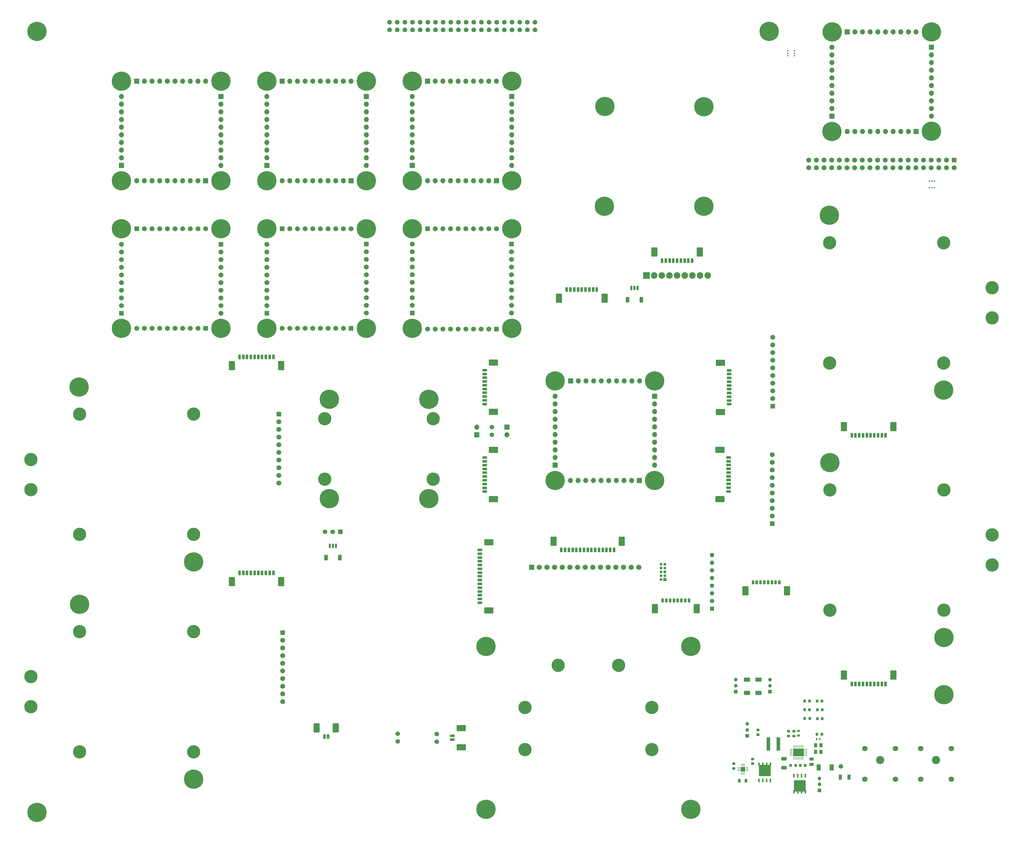
<source format=gbr>
%TF.GenerationSoftware,KiCad,Pcbnew,(7.0.0)*%
%TF.CreationDate,2023-04-25T15:08:01+02:00*%
%TF.ProjectId,EGSE,45475345-2e6b-4696-9361-645f70636258,rev?*%
%TF.SameCoordinates,Original*%
%TF.FileFunction,Soldermask,Top*%
%TF.FilePolarity,Negative*%
%FSLAX46Y46*%
G04 Gerber Fmt 4.6, Leading zero omitted, Abs format (unit mm)*
G04 Created by KiCad (PCBNEW (7.0.0)) date 2023-04-25 15:08:01*
%MOMM*%
%LPD*%
G01*
G04 APERTURE LIST*
G04 Aperture macros list*
%AMRoundRect*
0 Rectangle with rounded corners*
0 $1 Rounding radius*
0 $2 $3 $4 $5 $6 $7 $8 $9 X,Y pos of 4 corners*
0 Add a 4 corners polygon primitive as box body*
4,1,4,$2,$3,$4,$5,$6,$7,$8,$9,$2,$3,0*
0 Add four circle primitives for the rounded corners*
1,1,$1+$1,$2,$3*
1,1,$1+$1,$4,$5*
1,1,$1+$1,$6,$7*
1,1,$1+$1,$8,$9*
0 Add four rect primitives between the rounded corners*
20,1,$1+$1,$2,$3,$4,$5,0*
20,1,$1+$1,$4,$5,$6,$7,0*
20,1,$1+$1,$6,$7,$8,$9,0*
20,1,$1+$1,$8,$9,$2,$3,0*%
G04 Aperture macros list end*
%ADD10R,1.000000X1.000000*%
%ADD11C,0.940000*%
%ADD12C,1.000000*%
%ADD13C,1.803400*%
%ADD14C,2.717800*%
%ADD15R,1.700000X1.700000*%
%ADD16O,1.700000X1.700000*%
%ADD17C,4.400000*%
%ADD18R,2.175000X2.175000*%
%ADD19C,2.175000*%
%ADD20RoundRect,0.200000X-0.200000X-0.600000X0.200000X-0.600000X0.200000X0.600000X-0.200000X0.600000X0*%
%ADD21RoundRect,0.250001X-0.799999X-1.249999X0.799999X-1.249999X0.799999X1.249999X-0.799999X1.249999X0*%
%ADD22C,6.400000*%
%ADD23RoundRect,0.218750X0.218750X0.381250X-0.218750X0.381250X-0.218750X-0.381250X0.218750X-0.381250X0*%
%ADD24RoundRect,0.250000X0.450000X0.800000X-0.450000X0.800000X-0.450000X-0.800000X0.450000X-0.800000X0*%
%ADD25R,1.650000X1.650000*%
%ADD26C,1.650000*%
%ADD27RoundRect,0.200000X0.200000X0.275000X-0.200000X0.275000X-0.200000X-0.275000X0.200000X-0.275000X0*%
%ADD28R,1.200000X1.200000*%
%ADD29C,1.200000*%
%ADD30RoundRect,0.225000X0.250000X-0.225000X0.250000X0.225000X-0.250000X0.225000X-0.250000X-0.225000X0*%
%ADD31RoundRect,0.200000X0.600000X-0.200000X0.600000X0.200000X-0.600000X0.200000X-0.600000X-0.200000X0*%
%ADD32RoundRect,0.250001X1.249999X-0.799999X1.249999X0.799999X-1.249999X0.799999X-1.249999X-0.799999X0*%
%ADD33RoundRect,0.250000X-0.450000X0.262500X-0.450000X-0.262500X0.450000X-0.262500X0.450000X0.262500X0*%
%ADD34RoundRect,0.200000X0.200000X0.600000X-0.200000X0.600000X-0.200000X-0.600000X0.200000X-0.600000X0*%
%ADD35RoundRect,0.250001X0.799999X1.249999X-0.799999X1.249999X-0.799999X-1.249999X0.799999X-1.249999X0*%
%ADD36RoundRect,0.250000X-0.800000X0.450000X-0.800000X-0.450000X0.800000X-0.450000X0.800000X0.450000X0*%
%ADD37RoundRect,0.200000X0.275000X-0.200000X0.275000X0.200000X-0.275000X0.200000X-0.275000X-0.200000X0*%
%ADD38C,1.500000*%
%ADD39RoundRect,0.062500X0.062500X-0.350000X0.062500X0.350000X-0.062500X0.350000X-0.062500X-0.350000X0*%
%ADD40RoundRect,0.062500X0.350000X-0.062500X0.350000X0.062500X-0.350000X0.062500X-0.350000X-0.062500X0*%
%ADD41R,1.600000X1.600000*%
%ADD42RoundRect,0.225000X-0.250000X0.225000X-0.250000X-0.225000X0.250000X-0.225000X0.250000X0.225000X0*%
%ADD43C,0.500000*%
%ADD44RoundRect,0.200000X-0.600000X0.200000X-0.600000X-0.200000X0.600000X-0.200000X0.600000X0.200000X0*%
%ADD45RoundRect,0.250001X-1.249999X0.799999X-1.249999X-0.799999X1.249999X-0.799999X1.249999X0.799999X0*%
%ADD46R,0.900000X0.650000*%
%ADD47R,1.447800X1.447800*%
%ADD48C,1.447800*%
%ADD49RoundRect,0.200000X-0.275000X0.200000X-0.275000X-0.200000X0.275000X-0.200000X0.275000X0.200000X0*%
%ADD50RoundRect,0.200000X-0.200000X-0.450000X0.200000X-0.450000X0.200000X0.450000X-0.200000X0.450000X0*%
%ADD51R,0.610000X1.270000*%
%ADD52R,3.910000X3.810000*%
%ADD53R,0.610000X1.020000*%
%ADD54C,1.501000*%
%ADD55RoundRect,0.062500X0.062500X-0.362500X0.062500X0.362500X-0.062500X0.362500X-0.062500X-0.362500X0*%
%ADD56RoundRect,0.062500X0.362500X-0.062500X0.362500X0.062500X-0.362500X0.062500X-0.362500X-0.062500X0*%
%ADD57R,3.650000X2.650000*%
%ADD58RoundRect,0.135000X-0.135000X-0.185000X0.135000X-0.185000X0.135000X0.185000X-0.135000X0.185000X0*%
%ADD59RoundRect,0.250000X-0.262500X-0.450000X0.262500X-0.450000X0.262500X0.450000X-0.262500X0.450000X0*%
%ADD60R,1.180000X4.400000*%
%ADD61RoundRect,0.225000X0.225000X0.250000X-0.225000X0.250000X-0.225000X-0.250000X0.225000X-0.250000X0*%
%ADD62C,1.550000*%
%ADD63RoundRect,0.250000X-0.650000X0.325000X-0.650000X-0.325000X0.650000X-0.325000X0.650000X0.325000X0*%
%ADD64RoundRect,0.200000X-0.200000X-0.275000X0.200000X-0.275000X0.200000X0.275000X-0.200000X0.275000X0*%
%ADD65R,1.530000X1.530000*%
%ADD66C,1.530000*%
%ADD67R,1.725000X1.725000*%
%ADD68C,1.725000*%
%ADD69R,1.070000X1.680000*%
%ADD70RoundRect,0.150000X0.150000X0.600000X-0.150000X0.600000X-0.150000X-0.600000X0.150000X-0.600000X0*%
%ADD71RoundRect,0.250000X0.350000X0.650000X-0.350000X0.650000X-0.350000X-0.650000X0.350000X-0.650000X0*%
G04 APERTURE END LIST*
D10*
%TO.C,J25*%
X347336750Y-240794599D03*
D11*
X346066751Y-240794600D03*
X347336751Y-239524600D03*
X346066751Y-239524600D03*
D12*
X347336751Y-238254600D03*
D11*
X346066751Y-238254600D03*
X347336751Y-236984600D03*
X346066751Y-236984600D03*
X347336751Y-235714600D03*
X346066751Y-235714600D03*
%TD*%
D13*
%TO.C,J55*%
X432300000Y-306986800D03*
X432300000Y-296826800D03*
X442460000Y-296826800D03*
X442460000Y-306986800D03*
D14*
X437380000Y-300636800D03*
%TD*%
D15*
%TO.C,J11*%
X268579999Y-75564999D03*
D16*
X271119999Y-75564999D03*
X273659999Y-75564999D03*
X276199999Y-75564999D03*
X278739999Y-75564999D03*
X281279999Y-75564999D03*
X283819999Y-75564999D03*
X286359999Y-75564999D03*
X288899999Y-75564999D03*
X291439999Y-75564999D03*
%TD*%
D17*
%TO.C,H21*%
X402154000Y-250942000D03*
%TD*%
D18*
%TO.C,J62*%
X341299999Y-139999999D03*
D19*
X343840000Y-140000000D03*
X346380000Y-140000000D03*
X348920000Y-140000000D03*
X351460000Y-140000000D03*
X354000000Y-140000000D03*
X356540000Y-140000000D03*
X359080000Y-140000000D03*
X361620000Y-140000000D03*
%TD*%
D20*
%TO.C,J34*%
X206200000Y-238600000D03*
X207450000Y-238600000D03*
X208700000Y-238600000D03*
X209950000Y-238600000D03*
X211200000Y-238600000D03*
X212450000Y-238600000D03*
X213700000Y-238600000D03*
X214950000Y-238600000D03*
X216200000Y-238600000D03*
X217450000Y-238600000D03*
D21*
X203650000Y-241500000D03*
X220000000Y-241500000D03*
%TD*%
D22*
%TO.C,H42*%
X296520000Y-124521367D03*
%TD*%
D23*
%TO.C,L2*%
X374238602Y-307516878D03*
X372113602Y-307516878D03*
%TD*%
D17*
%TO.C,H63*%
X270516234Y-187500000D03*
%TD*%
D24*
%TO.C,D3*%
X402767707Y-303128731D03*
X398367707Y-303128731D03*
%TD*%
D17*
%TO.C,H65*%
X270516234Y-207500000D03*
%TD*%
D25*
%TO.C,J14*%
X220319999Y-124521366D03*
D26*
X222860000Y-124521367D03*
X225400000Y-124521367D03*
X227940000Y-124521367D03*
X230480000Y-124521367D03*
X233020000Y-124521367D03*
X235560000Y-124521367D03*
X238100000Y-124521367D03*
X240640000Y-124521367D03*
X243180000Y-124521367D03*
%TD*%
D27*
%TO.C,RFG1*%
X399631787Y-286925478D03*
X397981787Y-286925478D03*
%TD*%
D15*
%TO.C,J60*%
X430783999Y-92201999D03*
D16*
X428243999Y-92201999D03*
X425703999Y-92201999D03*
X423163999Y-92201999D03*
X420623999Y-92201999D03*
X418083999Y-92201999D03*
X415543999Y-92201999D03*
X413003999Y-92201999D03*
X410463999Y-92201999D03*
X407923999Y-92201999D03*
%TD*%
D22*
%TO.C,H16*%
X435809040Y-92133246D03*
%TD*%
D20*
%TO.C,J49*%
X206200000Y-167000000D03*
X207450000Y-167000000D03*
X208700000Y-167000000D03*
X209950000Y-167000000D03*
X211200000Y-167000000D03*
X212450000Y-167000000D03*
X213700000Y-167000000D03*
X214950000Y-167000000D03*
X216200000Y-167000000D03*
X217450000Y-167000000D03*
D21*
X203650000Y-169900000D03*
X220000000Y-169900000D03*
%TD*%
D15*
%TO.C,J12*%
X296519999Y-80644999D03*
D16*
X296519999Y-83184999D03*
X296519999Y-85724999D03*
X296519999Y-88264999D03*
X296519999Y-90804999D03*
X296519999Y-93344999D03*
X296519999Y-95884999D03*
X296519999Y-98424999D03*
X296519999Y-100964999D03*
X296519999Y-103504999D03*
%TD*%
D25*
%TO.C,J18*%
X199999999Y-129667160D03*
D26*
X200000000Y-132207161D03*
X200000000Y-134747161D03*
X200000000Y-137287161D03*
X200000000Y-139827161D03*
X200000000Y-142367161D03*
X200000000Y-144907161D03*
X200000000Y-147447161D03*
X200000000Y-149987161D03*
X200000000Y-152527161D03*
%TD*%
D25*
%TO.C,J23*%
X296512876Y-129578911D03*
D26*
X296512877Y-132118912D03*
X296512877Y-134658912D03*
X296512877Y-137198912D03*
X296512877Y-139738912D03*
X296512877Y-142278912D03*
X296512877Y-144818912D03*
X296512877Y-147358912D03*
X296512877Y-149898912D03*
X296512877Y-152438912D03*
%TD*%
D28*
%TO.C,J69*%
X370876101Y-278016877D03*
D29*
X370876102Y-276016878D03*
X370876102Y-274016878D03*
%TD*%
D30*
%TO.C,C2*%
X378296148Y-292268887D03*
X378296148Y-290718887D03*
%TD*%
D25*
%TO.C,J43*%
X382999999Y-222239999D03*
D26*
X383000000Y-219700000D03*
X383000000Y-217160000D03*
X383000000Y-214620000D03*
X383000000Y-212080000D03*
X383000000Y-209540000D03*
X383000000Y-207000000D03*
X383000000Y-204460000D03*
X383000000Y-201920000D03*
X383000000Y-199380000D03*
%TD*%
D28*
%TO.C,J70*%
X382206328Y-277999999D03*
D29*
X382206329Y-276000000D03*
X382206329Y-274000000D03*
%TD*%
D25*
%TO.C,J16*%
X248259999Y-129601366D03*
D26*
X248260000Y-132141367D03*
X248260000Y-134681367D03*
X248260000Y-137221367D03*
X248260000Y-139761367D03*
X248260000Y-142301367D03*
X248260000Y-144841367D03*
X248260000Y-147381367D03*
X248260000Y-149921367D03*
X248260000Y-152461367D03*
%TD*%
D31*
%TO.C,J46*%
X287600000Y-211625000D03*
X287600000Y-210375000D03*
X287600000Y-209125000D03*
X287600000Y-207875000D03*
X287600000Y-206625000D03*
X287600000Y-205375000D03*
X287600000Y-204125000D03*
X287600000Y-202875000D03*
X287600000Y-201625000D03*
X287600000Y-200375000D03*
D32*
X290500000Y-214175000D03*
X290500000Y-197825000D03*
%TD*%
D22*
%TO.C,H73*%
X402000000Y-120000000D03*
%TD*%
D33*
%TO.C,R1*%
X396053214Y-300299488D03*
X396053214Y-302124488D03*
%TD*%
D15*
%TO.C,J7*%
X220319999Y-75564999D03*
D16*
X222859999Y-75564999D03*
X225399999Y-75564999D03*
X227939999Y-75564999D03*
X230479999Y-75564999D03*
X233019999Y-75564999D03*
X235559999Y-75564999D03*
X238099999Y-75564999D03*
X240639999Y-75564999D03*
X243179999Y-75564999D03*
%TD*%
D15*
%TO.C,J2*%
X166979999Y-103504999D03*
D16*
X166979999Y-100964999D03*
X166979999Y-98424999D03*
X166979999Y-95884999D03*
X166979999Y-93344999D03*
X166979999Y-90804999D03*
X166979999Y-88264999D03*
X166979999Y-85724999D03*
X166979999Y-83184999D03*
X166979999Y-80644999D03*
%TD*%
D34*
%TO.C,J47*%
X420625000Y-275400000D03*
X419375000Y-275400000D03*
X418125000Y-275400000D03*
X416875000Y-275400000D03*
X415625000Y-275400000D03*
X414375000Y-275400000D03*
X413125000Y-275400000D03*
X411875000Y-275400000D03*
X410625000Y-275400000D03*
X409375000Y-275400000D03*
D35*
X423175000Y-272500000D03*
X406825000Y-272500000D03*
%TD*%
D25*
%TO.C,J26*%
X263522881Y-152434356D03*
D26*
X263522882Y-149894357D03*
X263522882Y-147354357D03*
X263522882Y-144814357D03*
X263522882Y-142274357D03*
X263522882Y-139734357D03*
X263522882Y-137194357D03*
X263522882Y-134654357D03*
X263522882Y-132114357D03*
X263522882Y-129574357D03*
%TD*%
D17*
%TO.C,H53*%
X301000000Y-297220000D03*
%TD*%
D36*
%TO.C,D1*%
X374600102Y-273966878D03*
X374600102Y-278366878D03*
%TD*%
D22*
%TO.C,H5*%
X215240000Y-75565000D03*
%TD*%
%TO.C,H81*%
X139000000Y-318000000D03*
%TD*%
D17*
%TO.C,H27*%
X153139939Y-225842682D03*
%TD*%
D15*
%TO.C,J10*%
X291439999Y-108584999D03*
D16*
X288899999Y-108584999D03*
X286359999Y-108584999D03*
X283819999Y-108584999D03*
X281279999Y-108584999D03*
X278739999Y-108584999D03*
X276199999Y-108584999D03*
X273659999Y-108584999D03*
X271119999Y-108584999D03*
X268579999Y-108584999D03*
%TD*%
D22*
%TO.C,H33*%
X166980000Y-124521367D03*
%TD*%
%TO.C,H56*%
X269016234Y-181000000D03*
%TD*%
D17*
%TO.C,H64*%
X234516234Y-207500000D03*
%TD*%
D34*
%TO.C,J40*%
X235625000Y-292900000D03*
X234375000Y-292900000D03*
D35*
X238175000Y-290000000D03*
X231825000Y-290000000D03*
%TD*%
D25*
%TO.C,J44*%
X383134987Y-183291773D03*
D26*
X383134988Y-180751774D03*
X383134988Y-178211774D03*
X383134988Y-175671774D03*
X383134988Y-173131774D03*
X383134988Y-170591774D03*
X383134988Y-168051774D03*
X383134988Y-165511774D03*
X383134988Y-162971774D03*
X383134988Y-160431774D03*
%TD*%
D22*
%TO.C,H37*%
X215240000Y-124521367D03*
%TD*%
%TO.C,H40*%
X248260000Y-124521367D03*
%TD*%
D37*
%TO.C,RPF1*%
X388406384Y-292717165D03*
X388406384Y-291067165D03*
%TD*%
D15*
%TO.C,J29*%
X402843999Y-87121999D03*
D16*
X402843999Y-84581999D03*
X402843999Y-82041999D03*
X402843999Y-79501999D03*
X402843999Y-76961999D03*
X402843999Y-74421999D03*
X402843999Y-71881999D03*
X402843999Y-69341999D03*
X402843999Y-66801999D03*
X402843999Y-64261999D03*
%TD*%
D38*
%TO.C,J72*%
X405750000Y-302750000D03*
%TD*%
D31*
%TO.C,J51*%
X286000000Y-248500000D03*
X286000000Y-247250000D03*
X286000000Y-246000000D03*
X286000000Y-244750000D03*
X286000000Y-243500000D03*
X286000000Y-242250000D03*
X286000000Y-241000000D03*
X286000000Y-239750000D03*
X286000000Y-238500000D03*
X286000000Y-237250000D03*
X286000000Y-236000000D03*
X286000000Y-234750000D03*
X286000000Y-233500000D03*
X286000000Y-232250000D03*
X286000000Y-231000000D03*
D32*
X288900000Y-251050000D03*
X288900000Y-228450000D03*
%TD*%
D17*
%TO.C,H31*%
X153167000Y-297936000D03*
%TD*%
D25*
%TO.C,J45*%
X219281236Y-185974854D03*
D26*
X219281237Y-188514855D03*
X219281237Y-191054855D03*
X219281237Y-193594855D03*
X219281237Y-196134855D03*
X219281237Y-198674855D03*
X219281237Y-201214855D03*
X219281237Y-203754855D03*
X219281237Y-206294855D03*
X219281237Y-208834855D03*
%TD*%
D15*
%TO.C,J30*%
X310979999Y-202889999D03*
D16*
X310979999Y-200349999D03*
X310979999Y-197809999D03*
X310979999Y-195269999D03*
X310979999Y-192729999D03*
X310979999Y-190189999D03*
X310979999Y-187649999D03*
X310979999Y-185109999D03*
X310979999Y-182569999D03*
X310979999Y-180029999D03*
%TD*%
D22*
%TO.C,H15*%
X402848433Y-92235289D03*
%TD*%
D39*
%TO.C,IC1*%
X372727137Y-305191360D03*
X373227137Y-305191360D03*
X373727137Y-305191360D03*
D40*
X374664637Y-304253860D03*
X374664637Y-303753860D03*
X374664637Y-303253860D03*
D39*
X373727137Y-302316360D03*
X373227137Y-302316360D03*
X372727137Y-302316360D03*
D40*
X371789637Y-303253860D03*
X371789637Y-303753860D03*
X371789637Y-304253860D03*
D41*
X373227136Y-303753859D03*
%TD*%
D42*
%TO.C,C4*%
X370176102Y-301891878D03*
X370176102Y-303441878D03*
%TD*%
D25*
%TO.C,J15*%
X243179999Y-157541366D03*
D26*
X240640000Y-157541367D03*
X238100000Y-157541367D03*
X235560000Y-157541367D03*
X233020000Y-157541367D03*
X230480000Y-157541367D03*
X227940000Y-157541367D03*
X225400000Y-157541367D03*
X222860000Y-157541367D03*
X220320000Y-157541367D03*
%TD*%
D27*
%TO.C,RFG2*%
X399601102Y-284016878D03*
X397951102Y-284016878D03*
%TD*%
D25*
%TO.C,J24*%
X220552705Y-258435351D03*
D26*
X220552706Y-260975352D03*
X220552706Y-263515352D03*
X220552706Y-266055352D03*
X220552706Y-268595352D03*
X220552706Y-271135352D03*
X220552706Y-273675352D03*
X220552706Y-276215352D03*
X220552706Y-278755352D03*
X220552706Y-281295352D03*
%TD*%
D27*
%TO.C,R2*%
X390751102Y-302466878D03*
X389101102Y-302466878D03*
%TD*%
D17*
%TO.C,H55*%
X343000000Y-297220000D03*
%TD*%
D27*
%TO.C,RFG3*%
X399551102Y-281116878D03*
X397901102Y-281116878D03*
%TD*%
D22*
%TO.C,H61*%
X344000000Y-208000000D03*
%TD*%
%TO.C,H36*%
X166980000Y-157541367D03*
%TD*%
D17*
%TO.C,*%
X456000000Y-236000000D03*
%TD*%
%TO.C,*%
X456000000Y-144000000D03*
%TD*%
D43*
%TO.C,mouse-bite-2.54mm-slot*%
X436791000Y-110828000D03*
X436791000Y-108628000D03*
X435991000Y-110828000D03*
X435991000Y-108628000D03*
X435191000Y-110828000D03*
X435191000Y-108628000D03*
%TD*%
D15*
%TO.C,J4*%
X199999999Y-80644999D03*
D16*
X199999999Y-83184999D03*
X199999999Y-85724999D03*
X199999999Y-88264999D03*
X199999999Y-90804999D03*
X199999999Y-93344999D03*
X199999999Y-95884999D03*
X199999999Y-98424999D03*
X199999999Y-100964999D03*
X199999999Y-103504999D03*
%TD*%
D22*
%TO.C,H77*%
X356000000Y-263000000D03*
%TD*%
%TO.C,H67*%
X153154000Y-249000000D03*
%TD*%
D44*
%TO.C,J36*%
X368715310Y-171438485D03*
X368715310Y-172688485D03*
X368715310Y-173938485D03*
X368715310Y-175188485D03*
X368715310Y-176438485D03*
X368715310Y-177688485D03*
X368715310Y-178938485D03*
X368715310Y-180188485D03*
X368715310Y-181438485D03*
X368715310Y-182688485D03*
D45*
X365815310Y-168888485D03*
X365815310Y-185238485D03*
%TD*%
D15*
%TO.C,J5*%
X215239999Y-103504999D03*
D16*
X215239999Y-100964999D03*
X215239999Y-98424999D03*
X215239999Y-95884999D03*
X215239999Y-93344999D03*
X215239999Y-90804999D03*
X215239999Y-88264999D03*
X215239999Y-85724999D03*
X215239999Y-83184999D03*
X215239999Y-80644999D03*
%TD*%
D17*
%TO.C,H25*%
X190985939Y-185964682D03*
%TD*%
D15*
%TO.C,J57*%
X294981087Y-190294287D03*
D16*
X294981087Y-192834287D03*
%TD*%
D17*
%TO.C,H51*%
X332000000Y-269220000D03*
%TD*%
D46*
%TO.C,R4*%
X391726101Y-292510374D03*
X391726101Y-291060374D03*
%TD*%
D22*
%TO.C,H2*%
X200000000Y-75565000D03*
%TD*%
D15*
%TO.C,J32*%
X316089999Y-174979999D03*
D16*
X318629999Y-174979999D03*
X321169999Y-174979999D03*
X323709999Y-174979999D03*
X326249999Y-174979999D03*
X328789999Y-174979999D03*
X331329999Y-174979999D03*
X333869999Y-174979999D03*
X336409999Y-174979999D03*
X338949999Y-174979999D03*
%TD*%
D22*
%TO.C,H62*%
X310980000Y-174980000D03*
%TD*%
D17*
%TO.C,H20*%
X439860061Y-129157318D03*
%TD*%
D15*
%TO.C,J6*%
X243179999Y-108584999D03*
D16*
X240639999Y-108584999D03*
X238099999Y-108584999D03*
X235559999Y-108584999D03*
X233019999Y-108584999D03*
X230479999Y-108584999D03*
X227939999Y-108584999D03*
X225399999Y-108584999D03*
X222859999Y-108584999D03*
X220319999Y-108584999D03*
%TD*%
D28*
%TO.C,J71*%
X398671704Y-310739500D03*
D29*
X398671705Y-308739501D03*
X398671705Y-306739501D03*
%TD*%
D47*
%TO.C,J42*%
X363034630Y-250465722D03*
D48*
X363034631Y-247925723D03*
X363034631Y-245385723D03*
X363034631Y-242845723D03*
X363034631Y-240305723D03*
X363034631Y-237765723D03*
X363034631Y-235225723D03*
X363034631Y-232685723D03*
%TD*%
D25*
%TO.C,J13*%
X215282457Y-152472107D03*
D26*
X215282458Y-149932108D03*
X215282458Y-147392108D03*
X215282458Y-144852108D03*
X215282458Y-142312108D03*
X215282458Y-139772108D03*
X215282458Y-137232108D03*
X215282458Y-134692108D03*
X215282458Y-132152108D03*
X215282458Y-129612108D03*
%TD*%
D22*
%TO.C,H69*%
X344000000Y-174980000D03*
%TD*%
D15*
%TO.C,J61*%
X435863999Y-64261999D03*
D16*
X435863999Y-66801999D03*
X435863999Y-69341999D03*
X435863999Y-71881999D03*
X435863999Y-74421999D03*
X435863999Y-76961999D03*
X435863999Y-79501999D03*
X435863999Y-82041999D03*
X435863999Y-84581999D03*
X435863999Y-87121999D03*
%TD*%
D22*
%TO.C,H11*%
X263500000Y-108585000D03*
%TD*%
D17*
%TO.C,*%
X137000000Y-201000000D03*
%TD*%
D31*
%TO.C,J53*%
X276850000Y-293875000D03*
X276850000Y-292625000D03*
D32*
X279750000Y-296425000D03*
X279750000Y-290075000D03*
%TD*%
D22*
%TO.C,H9*%
X263500000Y-75565000D03*
%TD*%
D28*
%TO.C,J68*%
X374727101Y-292644877D03*
D29*
X374727102Y-290644878D03*
X374727102Y-288644878D03*
%TD*%
D49*
%TO.C,RPF2*%
X390182035Y-291086442D03*
X390182035Y-292736442D03*
%TD*%
D22*
%TO.C,H41*%
X263500000Y-124521367D03*
%TD*%
%TO.C,H12*%
X296520000Y-108585000D03*
%TD*%
D50*
%TO.C,J27*%
X346625000Y-247750000D03*
X347875000Y-247750000D03*
X349125000Y-247750000D03*
X350375000Y-247750000D03*
X351625000Y-247750000D03*
X352875000Y-247750000D03*
X354125000Y-247750000D03*
X355375000Y-247750000D03*
D21*
X344075000Y-250500000D03*
X357925000Y-250500000D03*
%TD*%
D20*
%TO.C,J38*%
X314786000Y-144600000D03*
X316036000Y-144600000D03*
X317286000Y-144600000D03*
X318536000Y-144600000D03*
X319786000Y-144600000D03*
X321036000Y-144600000D03*
X322286000Y-144600000D03*
X323536000Y-144600000D03*
X324786000Y-144600000D03*
D21*
X312236000Y-147500000D03*
X327336000Y-147500000D03*
%TD*%
D17*
%TO.C,H50*%
X301000000Y-283220000D03*
%TD*%
D22*
%TO.C,H48*%
X327273603Y-117000000D03*
%TD*%
%TO.C,H44*%
X263500000Y-157541367D03*
%TD*%
%TO.C,H1*%
X166980000Y-75565000D03*
%TD*%
D15*
%TO.C,J1*%
X172059999Y-75564999D03*
D16*
X174599999Y-75564999D03*
X177139999Y-75564999D03*
X179679999Y-75564999D03*
X182219999Y-75564999D03*
X184759999Y-75564999D03*
X187299999Y-75564999D03*
X189839999Y-75564999D03*
X192379999Y-75564999D03*
X194919999Y-75564999D03*
%TD*%
D22*
%TO.C,H82*%
X440000000Y-279000000D03*
%TD*%
D15*
%TO.C,J33*%
X343999999Y-180059999D03*
D16*
X343999999Y-182599999D03*
X343999999Y-185139999D03*
X343999999Y-187679999D03*
X343999999Y-190219999D03*
X343999999Y-192759999D03*
X343999999Y-195299999D03*
X343999999Y-197839999D03*
X343999999Y-200379999D03*
X343999999Y-202919999D03*
%TD*%
D22*
%TO.C,H7*%
X248260000Y-75565000D03*
%TD*%
D34*
%TO.C,J50*%
X356433056Y-135101719D03*
X355183056Y-135101719D03*
X353933056Y-135101719D03*
X352683056Y-135101719D03*
X351433056Y-135101719D03*
X350183056Y-135101719D03*
X348933056Y-135101719D03*
X347683056Y-135101719D03*
X346433056Y-135101719D03*
D35*
X358983056Y-132201719D03*
X343883056Y-132201719D03*
%TD*%
D42*
%TO.C,C5*%
X376449358Y-300291878D03*
X376449358Y-301841878D03*
%TD*%
D15*
%TO.C,J56*%
X284977999Y-192837783D03*
D16*
X284977999Y-190297783D03*
%TD*%
D51*
%TO.C,Q1*%
X378602630Y-307467605D03*
X379872630Y-307467605D03*
X381142630Y-307467605D03*
X382412630Y-307467605D03*
D52*
X380507630Y-304107605D03*
D53*
X378602630Y-302002605D03*
X379872630Y-302002605D03*
X381142630Y-302002605D03*
X382412630Y-302002605D03*
%TD*%
D17*
%TO.C,H19*%
X439860061Y-169035318D03*
%TD*%
D22*
%TO.C,H10*%
X296520000Y-75565000D03*
%TD*%
D25*
%TO.C,J67*%
X443344722Y-101737213D03*
D26*
X443344723Y-104277214D03*
X440804723Y-101737214D03*
X440804723Y-104277214D03*
X438264723Y-101737214D03*
X438264723Y-104277214D03*
X435724723Y-101737214D03*
X435724723Y-104277214D03*
X433184723Y-101737214D03*
X433184723Y-104277214D03*
X430644723Y-101737214D03*
X430644723Y-104277214D03*
X428104723Y-101737214D03*
X428104723Y-104277214D03*
X425564723Y-101737214D03*
X425564723Y-104277214D03*
X423024723Y-101737214D03*
X423024723Y-104277214D03*
X420484723Y-101737214D03*
X420484723Y-104277214D03*
X417944723Y-101737214D03*
X417944723Y-104277214D03*
X415404723Y-101737214D03*
X415404723Y-104277214D03*
X412864723Y-101737214D03*
X412864723Y-104277214D03*
X410324723Y-101737214D03*
X410324723Y-104277214D03*
X407784723Y-101737214D03*
X407784723Y-104277214D03*
X405244723Y-101737214D03*
X405244723Y-104277214D03*
X402704723Y-101737214D03*
X402704723Y-104277214D03*
X400164723Y-101737214D03*
X400164723Y-104277214D03*
X397624723Y-101737214D03*
X397624723Y-104277214D03*
X395084723Y-101737214D03*
X395084723Y-104277214D03*
%TD*%
D22*
%TO.C,H60*%
X191000000Y-235000000D03*
%TD*%
%TO.C,H8*%
X248260000Y-108585000D03*
%TD*%
%TO.C,H71*%
X402154000Y-202000000D03*
%TD*%
%TO.C,H59*%
X153000000Y-177000000D03*
%TD*%
D36*
%TO.C,D2*%
X378417511Y-273992396D03*
X378417511Y-278392396D03*
%TD*%
D17*
%TO.C,*%
X456000000Y-226000000D03*
%TD*%
D25*
%TO.C,J21*%
X268579999Y-124521366D03*
D26*
X271120000Y-124521367D03*
X273660000Y-124521367D03*
X276200000Y-124521367D03*
X278740000Y-124521367D03*
X281280000Y-124521367D03*
X283820000Y-124521367D03*
X286360000Y-124521367D03*
X288900000Y-124521367D03*
X291440000Y-124521367D03*
%TD*%
D54*
%TO.C,J73*%
X258750000Y-291980000D03*
X258750000Y-294520000D03*
%TD*%
D17*
%TO.C,H30*%
X191013000Y-258058000D03*
%TD*%
D55*
%TO.C,U1*%
X390198214Y-300097988D03*
X390698214Y-300097988D03*
X391198214Y-300097988D03*
X391698214Y-300097988D03*
X392198214Y-300097988D03*
X392698214Y-300097988D03*
X393198214Y-300097988D03*
D56*
X394148214Y-299147988D03*
X394148214Y-298647988D03*
X394148214Y-298147988D03*
X394148214Y-297647988D03*
X394148214Y-297147988D03*
D55*
X393198214Y-296197988D03*
X392698214Y-296197988D03*
X392198214Y-296197988D03*
X391698214Y-296197988D03*
X391198214Y-296197988D03*
X390698214Y-296197988D03*
X390198214Y-296197988D03*
D56*
X389248214Y-297147988D03*
X389248214Y-297647988D03*
X389248214Y-298147988D03*
X389248214Y-298647988D03*
X389248214Y-299147988D03*
D57*
X391698213Y-298147987D03*
%TD*%
D58*
%TO.C,RFB2*%
X397759413Y-293734830D03*
X398779413Y-293734830D03*
%TD*%
D22*
%TO.C,H76*%
X288000000Y-317000000D03*
%TD*%
D54*
%TO.C,J66*%
X289951596Y-192840456D03*
X289951596Y-190300456D03*
%TD*%
D17*
%TO.C,H28*%
X190985939Y-225842682D03*
%TD*%
%TO.C,H22*%
X440000000Y-250942000D03*
%TD*%
D59*
%TO.C,RP_FAULT1*%
X397356913Y-295766830D03*
X399181913Y-295766830D03*
%TD*%
D15*
%TO.C,J9*%
X263499999Y-103504999D03*
D16*
X263499999Y-100964999D03*
X263499999Y-98424999D03*
X263499999Y-95884999D03*
X263499999Y-93344999D03*
X263499999Y-90804999D03*
X263499999Y-88264999D03*
X263499999Y-85724999D03*
X263499999Y-83184999D03*
X263499999Y-80644999D03*
%TD*%
D17*
%TO.C,H49*%
X312000000Y-269220000D03*
%TD*%
D60*
%TO.C,L1*%
X384999999Y-295366152D03*
X381689999Y-295366152D03*
%TD*%
D15*
%TO.C,J59*%
X407923999Y-59181999D03*
D16*
X410463999Y-59181999D03*
X413003999Y-59181999D03*
X415543999Y-59181999D03*
X418083999Y-59181999D03*
X420623999Y-59181999D03*
X423163999Y-59181999D03*
X425703999Y-59181999D03*
X428243999Y-59181999D03*
X430783999Y-59181999D03*
%TD*%
D51*
%TO.C,Q2*%
X394031101Y-305826877D03*
X392761101Y-305826877D03*
X391491101Y-305826877D03*
X390221101Y-305826877D03*
D52*
X392126101Y-309186877D03*
D53*
X394031101Y-311291877D03*
X392761101Y-311291877D03*
X391491101Y-311291877D03*
X390221101Y-311291877D03*
%TD*%
D22*
%TO.C,H46*%
X360273603Y-117000000D03*
%TD*%
D34*
%TO.C,J48*%
X420625000Y-193000000D03*
X419375000Y-193000000D03*
X418125000Y-193000000D03*
X416875000Y-193000000D03*
X415625000Y-193000000D03*
X414375000Y-193000000D03*
X413125000Y-193000000D03*
X411875000Y-193000000D03*
X410625000Y-193000000D03*
X409375000Y-193000000D03*
D35*
X423175000Y-190100000D03*
X406825000Y-190100000D03*
%TD*%
D17*
%TO.C,H23*%
X440000000Y-211064000D03*
%TD*%
%TO.C,H26*%
X153139939Y-185964682D03*
%TD*%
D22*
%TO.C,H57*%
X269016234Y-214000000D03*
%TD*%
D17*
%TO.C,*%
X137000000Y-283000000D03*
%TD*%
D59*
%TO.C,RP_CHRG1*%
X397356913Y-297925830D03*
X399181913Y-297925830D03*
%TD*%
D15*
%TO.C,J3*%
X194919999Y-108584999D03*
D16*
X192379999Y-108584999D03*
X189839999Y-108584999D03*
X187299999Y-108584999D03*
X184759999Y-108584999D03*
X182219999Y-108584999D03*
X179679999Y-108584999D03*
X177139999Y-108584999D03*
X174599999Y-108584999D03*
X172059999Y-108584999D03*
%TD*%
D17*
%TO.C,H17*%
X402014061Y-169035318D03*
%TD*%
%TO.C,*%
X456000000Y-154000000D03*
%TD*%
D54*
%TO.C,J64*%
X271659616Y-292055693D03*
X271659616Y-294595693D03*
%TD*%
D61*
%TO.C,C1*%
X393901102Y-302466878D03*
X392351102Y-302466878D03*
%TD*%
D43*
%TO.C,mouse-bite-2.54mm-slot*%
X388164902Y-67099454D03*
X390364902Y-67099454D03*
X388164902Y-66299454D03*
X390364902Y-66299454D03*
X388164902Y-65499454D03*
X390364902Y-65499454D03*
%TD*%
D62*
%TO.C,J58*%
X255980000Y-56000000D03*
X255980000Y-58540000D03*
X258520000Y-56000000D03*
X258520000Y-58540000D03*
X261060000Y-56000000D03*
X261060000Y-58540000D03*
X263600000Y-56000000D03*
X263600000Y-58540000D03*
X266140000Y-56000000D03*
X266140000Y-58540000D03*
X268680000Y-56000000D03*
X268680000Y-58540000D03*
X271220000Y-56000000D03*
X271220000Y-58540000D03*
X273760000Y-56000000D03*
X273760000Y-58540000D03*
X276300000Y-56000000D03*
X276300000Y-58540000D03*
X278840000Y-56000000D03*
X278840000Y-58540000D03*
X281380000Y-56000000D03*
X281380000Y-58540000D03*
X283920000Y-56000000D03*
X283920000Y-58540000D03*
X286460000Y-56000000D03*
X286460000Y-58540000D03*
X289000000Y-56000000D03*
X289000000Y-58540000D03*
X291540000Y-56000000D03*
X291540000Y-58540000D03*
X294080000Y-56000000D03*
X294080000Y-58540000D03*
X296620000Y-56000000D03*
X296620000Y-58540000D03*
X299160000Y-56000000D03*
X299160000Y-58540000D03*
X301700000Y-56000000D03*
X301700000Y-58540000D03*
X304240000Y-56000000D03*
X304240000Y-58540000D03*
%TD*%
D22*
%TO.C,H78*%
X356000000Y-317000000D03*
%TD*%
%TO.C,H58*%
X236016234Y-214000000D03*
%TD*%
%TO.C,H68*%
X310980000Y-208000000D03*
%TD*%
%TO.C,H79*%
X382000000Y-59000000D03*
%TD*%
%TO.C,H14*%
X435847758Y-59193309D03*
%TD*%
D17*
%TO.C,H66*%
X234516234Y-187500000D03*
%TD*%
D22*
%TO.C,H70*%
X191000000Y-307000000D03*
%TD*%
D17*
%TO.C,*%
X137000000Y-273000000D03*
%TD*%
%TO.C,H24*%
X402154000Y-211064000D03*
%TD*%
D63*
%TO.C,C3*%
X386914386Y-300241878D03*
X386914386Y-303191878D03*
%TD*%
D22*
%TO.C,H45*%
X360273603Y-84000000D03*
%TD*%
%TO.C,H52*%
X236016234Y-181000000D03*
%TD*%
D25*
%TO.C,J19*%
X194919999Y-157541366D03*
D26*
X192380000Y-157541367D03*
X189840000Y-157541367D03*
X187300000Y-157541367D03*
X184760000Y-157541367D03*
X182220000Y-157541367D03*
X179680000Y-157541367D03*
X177140000Y-157541367D03*
X174600000Y-157541367D03*
X172060000Y-157541367D03*
%TD*%
D22*
%TO.C,H47*%
X327446103Y-83928900D03*
%TD*%
D17*
%TO.C,H54*%
X343000000Y-283220000D03*
%TD*%
D22*
%TO.C,H80*%
X139000000Y-59000000D03*
%TD*%
%TO.C,H38*%
X215240000Y-157541367D03*
%TD*%
%TO.C,H35*%
X200000000Y-157541367D03*
%TD*%
%TO.C,H39*%
X248260000Y-157541367D03*
%TD*%
D45*
%TO.C,J35*%
X365611415Y-214124778D03*
X365611415Y-197774778D03*
D44*
X368511415Y-211574778D03*
X368511415Y-210324778D03*
X368511415Y-209074778D03*
X368511415Y-207824778D03*
X368511415Y-206574778D03*
X368511415Y-205324778D03*
X368511415Y-204074778D03*
X368511415Y-202824778D03*
X368511415Y-201574778D03*
X368511415Y-200324778D03*
%TD*%
D22*
%TO.C,H3*%
X166980000Y-108585000D03*
%TD*%
%TO.C,H72*%
X440000000Y-260000000D03*
%TD*%
D25*
%TO.C,J22*%
X291439999Y-157795366D03*
D26*
X288900000Y-157795367D03*
X286360000Y-157795367D03*
X283820000Y-157795367D03*
X281280000Y-157795367D03*
X278740000Y-157795367D03*
X276200000Y-157795367D03*
X273660000Y-157795367D03*
X271120000Y-157795367D03*
X268580000Y-157795367D03*
%TD*%
D17*
%TO.C,H32*%
X191013000Y-297936000D03*
%TD*%
D25*
%TO.C,J20*%
X167008775Y-152472312D03*
D26*
X167008776Y-149932313D03*
X167008776Y-147392313D03*
X167008776Y-144852313D03*
X167008776Y-142312313D03*
X167008776Y-139772313D03*
X167008776Y-137232313D03*
X167008776Y-134692313D03*
X167008776Y-132152313D03*
X167008776Y-129612313D03*
%TD*%
D22*
%TO.C,H75*%
X288000000Y-263000000D03*
%TD*%
D15*
%TO.C,J31*%
X338919999Y-207999999D03*
D16*
X336379999Y-207999999D03*
X333839999Y-207999999D03*
X331299999Y-207999999D03*
X328759999Y-207999999D03*
X326219999Y-207999999D03*
X323679999Y-207999999D03*
X321139999Y-207999999D03*
X318599999Y-207999999D03*
X316059999Y-207999999D03*
%TD*%
D64*
%TO.C,RFB1*%
X397825413Y-292083830D03*
X399475413Y-292083830D03*
%TD*%
D34*
%TO.C,J39*%
X330500000Y-231000000D03*
X329250000Y-231000000D03*
X328000000Y-231000000D03*
X326750000Y-231000000D03*
X325500000Y-231000000D03*
X324250000Y-231000000D03*
X323000000Y-231000000D03*
X321750000Y-231000000D03*
X320500000Y-231000000D03*
X319250000Y-231000000D03*
X318000000Y-231000000D03*
X316750000Y-231000000D03*
X315500000Y-231000000D03*
X314250000Y-231000000D03*
X313000000Y-231000000D03*
D35*
X333050000Y-228100000D03*
X310450000Y-228100000D03*
%TD*%
D22*
%TO.C,H6*%
X215240000Y-108585000D03*
%TD*%
%TO.C,H34*%
X200000000Y-124521367D03*
%TD*%
D17*
%TO.C,H18*%
X402014061Y-129157318D03*
%TD*%
D27*
%TO.C,RFV2*%
X395401730Y-284033737D03*
X393751730Y-284033737D03*
%TD*%
D65*
%TO.C,J65*%
X239681999Y-224999999D03*
D66*
X237142000Y-225000000D03*
X234602000Y-225000000D03*
%TD*%
D25*
%TO.C,J17*%
X172059999Y-124521366D03*
D26*
X174600000Y-124521367D03*
X177140000Y-124521367D03*
X179680000Y-124521367D03*
X182220000Y-124521367D03*
X184760000Y-124521367D03*
X187300000Y-124521367D03*
X189840000Y-124521367D03*
X192380000Y-124521367D03*
X194920000Y-124521367D03*
%TD*%
D17*
%TO.C,*%
X137000000Y-211000000D03*
%TD*%
D22*
%TO.C,H4*%
X200000000Y-108585000D03*
%TD*%
%TO.C,H74*%
X439860061Y-178000000D03*
%TD*%
D27*
%TO.C,RFV3*%
X395361102Y-281116878D03*
X393711102Y-281116878D03*
%TD*%
D50*
%TO.C,J28*%
X376625000Y-241750000D03*
X377875000Y-241750000D03*
X379125000Y-241750000D03*
X380375000Y-241750000D03*
X381625000Y-241750000D03*
X382875000Y-241750000D03*
X384125000Y-241750000D03*
X385375000Y-241750000D03*
D21*
X374075000Y-244500000D03*
X387925000Y-244500000D03*
%TD*%
D17*
%TO.C,H29*%
X153167000Y-258058000D03*
%TD*%
D67*
%TO.C,J63*%
X303153240Y-236764874D03*
D68*
X305693241Y-236764875D03*
X308233241Y-236764875D03*
X310773241Y-236764875D03*
X313313241Y-236764875D03*
X315853241Y-236764875D03*
X318393241Y-236764875D03*
X320933241Y-236764875D03*
X323473241Y-236764875D03*
X326013241Y-236764875D03*
X328553241Y-236764875D03*
X331093241Y-236764875D03*
X333633241Y-236764875D03*
X336173241Y-236764875D03*
X338713241Y-236764875D03*
%TD*%
D22*
%TO.C,H13*%
X402906507Y-59185761D03*
%TD*%
%TO.C,H43*%
X296520000Y-157541367D03*
%TD*%
D31*
%TO.C,J37*%
X287600000Y-182625000D03*
X287600000Y-181375000D03*
X287600000Y-180125000D03*
X287600000Y-178875000D03*
X287600000Y-177625000D03*
X287600000Y-176375000D03*
X287600000Y-175125000D03*
X287600000Y-173875000D03*
X287600000Y-172625000D03*
X287600000Y-171375000D03*
D32*
X290500000Y-185175000D03*
X290500000Y-168825000D03*
%TD*%
D13*
%TO.C,J54*%
X413720000Y-306986800D03*
X413720000Y-296826800D03*
X423880000Y-296826800D03*
X423880000Y-306986800D03*
D14*
X418800000Y-300636800D03*
%TD*%
D69*
%TO.C,F1*%
X408472035Y-306367565D03*
X405612035Y-306367565D03*
%TD*%
D15*
%TO.C,J8*%
X248259999Y-80644999D03*
D16*
X248259999Y-83184999D03*
X248259999Y-85724999D03*
X248259999Y-88264999D03*
X248259999Y-90804999D03*
X248259999Y-93344999D03*
X248259999Y-95884999D03*
X248259999Y-98424999D03*
X248259999Y-100964999D03*
X248259999Y-103504999D03*
%TD*%
D27*
%TO.C,RFV1*%
X395419740Y-286909215D03*
X393769740Y-286909215D03*
%TD*%
D70*
%TO.C,J52*%
X236225000Y-229595000D03*
X237225000Y-229595000D03*
X238225000Y-229595000D03*
D71*
X239525000Y-233495000D03*
X234925000Y-233495000D03*
%TD*%
D70*
%TO.C,J41*%
X336283000Y-144100000D03*
X337283000Y-144100000D03*
X338283000Y-144100000D03*
D71*
X339583000Y-148000000D03*
X334983000Y-148000000D03*
%TD*%
M02*

</source>
